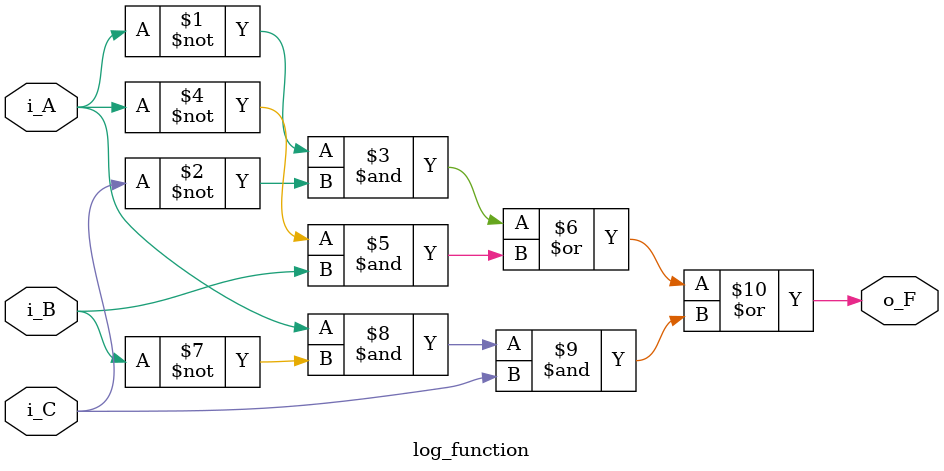
<source format=v>
module log_function(i_A, i_B, i_C, o_F);
	input i_A, i_B, i_C;
	output o_F;
	
	assign o_F = (~i_A & ~i_C) | (~i_A & i_B) | (i_A & ~i_B & i_C);
endmodule


</source>
